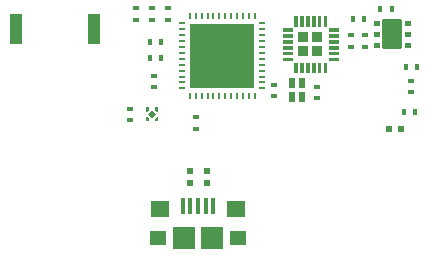
<source format=gbr>
G04 EAGLE Gerber RS-274X export*
G75*
%MOMM*%
%FSLAX34Y34*%
%LPD*%
%INSolderpaste Top*%
%IPPOS*%
%AMOC8*
5,1,8,0,0,1.08239X$1,22.5*%
G01*
%ADD10R,0.457200X0.609600*%
%ADD11R,0.609600X0.457200*%
%ADD12R,0.500000X0.610000*%
%ADD13R,0.600000X0.500000*%
%ADD14R,0.600000X0.250000*%
%ADD15R,0.250000X0.600000*%
%ADD16R,5.400000X5.400000*%
%ADD17C,0.090000*%
%ADD18C,0.350000*%
%ADD19R,0.240000X0.240000*%
%ADD20R,0.520000X0.520000*%
%ADD21R,0.400000X1.350000*%
%ADD22R,1.600000X1.400000*%
%ADD23R,1.450000X1.300000*%
%ADD24R,1.900000X1.900000*%
%ADD25R,1.016000X2.540000*%
%ADD26R,0.960931X0.959888*%
%ADD27R,0.959800X0.959800*%
%ADD28R,0.959963X0.960331*%
%ADD29R,0.961881X0.961881*%
%ADD30C,0.026000*%
%ADD31R,0.611800X0.811800*%

G36*
X-265266Y193105D02*
X-265266Y193105D01*
X-265264Y193104D01*
X-263764Y194604D01*
X-263764Y194607D01*
X-263763Y194608D01*
X-263763Y197008D01*
X-263767Y197013D01*
X-263768Y197013D01*
X-266368Y197013D01*
X-266373Y197009D01*
X-266373Y197008D01*
X-266373Y193108D01*
X-266369Y193103D01*
X-266368Y193103D01*
X-265268Y193103D01*
X-265266Y193105D01*
G37*
G36*
X-263763Y185007D02*
X-263763Y185007D01*
X-263763Y185008D01*
X-263763Y187408D01*
X-263765Y187410D01*
X-263764Y187412D01*
X-265264Y188912D01*
X-265267Y188912D01*
X-265268Y188913D01*
X-266368Y188913D01*
X-266373Y188909D01*
X-266373Y188908D01*
X-266373Y185008D01*
X-266369Y185003D01*
X-266368Y185003D01*
X-263768Y185003D01*
X-263763Y185007D01*
G37*
G36*
X-256363Y193107D02*
X-256363Y193107D01*
X-256363Y193108D01*
X-256363Y197008D01*
X-256367Y197013D01*
X-256368Y197013D01*
X-258968Y197013D01*
X-258973Y197009D01*
X-258973Y197008D01*
X-258973Y194608D01*
X-258971Y194606D01*
X-258972Y194604D01*
X-257472Y193104D01*
X-257469Y193104D01*
X-257468Y193103D01*
X-256368Y193103D01*
X-256363Y193107D01*
G37*
G36*
X-256363Y185007D02*
X-256363Y185007D01*
X-256363Y185008D01*
X-256363Y188908D01*
X-256367Y188913D01*
X-256368Y188913D01*
X-257468Y188913D01*
X-257470Y188911D01*
X-257472Y188912D01*
X-258972Y187412D01*
X-258972Y187410D01*
X-258973Y187409D01*
X-258973Y187408D01*
X-258973Y185008D01*
X-258969Y185003D01*
X-258968Y185003D01*
X-256368Y185003D01*
X-256363Y185007D01*
G37*
D10*
X-263396Y252099D03*
X-253744Y252099D03*
X-38606Y192790D03*
X-48258Y192790D03*
D11*
X-261880Y271016D03*
X-261880Y280668D03*
X-280412Y186178D03*
X-280412Y195830D03*
D10*
X-263396Y238631D03*
X-253744Y238631D03*
X-37084Y231142D03*
X-46736Y231142D03*
D11*
X-81022Y248410D03*
X-81022Y258062D03*
X-248158Y280662D03*
X-248158Y271010D03*
D12*
X-50374Y178312D03*
X-60874Y178312D03*
D10*
X-58674Y280160D03*
X-68326Y280160D03*
D11*
X-42422Y209800D03*
X-42422Y219452D03*
D13*
X-215138Y132670D03*
X-215138Y142670D03*
D14*
X-235682Y268042D03*
X-235682Y263042D03*
X-235682Y258042D03*
X-235682Y253042D03*
X-235682Y248042D03*
X-235682Y243042D03*
X-235682Y238042D03*
X-235682Y233042D03*
X-235682Y228042D03*
X-235682Y223042D03*
X-235682Y218042D03*
X-235682Y213042D03*
D15*
X-229432Y206792D03*
X-224432Y206792D03*
X-219432Y206792D03*
X-214432Y206792D03*
X-209432Y206792D03*
X-204432Y206792D03*
X-199432Y206792D03*
X-194432Y206792D03*
X-189432Y206792D03*
X-184432Y206792D03*
X-179432Y206792D03*
X-174432Y206792D03*
D14*
X-168182Y213042D03*
X-168182Y218042D03*
X-168182Y223042D03*
X-168182Y228042D03*
X-168182Y233042D03*
X-168182Y238042D03*
X-168182Y243042D03*
X-168182Y248042D03*
X-168182Y253042D03*
X-168182Y258042D03*
X-168182Y263042D03*
X-168182Y268042D03*
D15*
X-174432Y274292D03*
X-179432Y274292D03*
X-184432Y274292D03*
X-189432Y274292D03*
X-194432Y274292D03*
X-199432Y274292D03*
X-204432Y274292D03*
X-209432Y274292D03*
X-214432Y274292D03*
X-219432Y274292D03*
X-224432Y274292D03*
X-229432Y274292D03*
D16*
X-201932Y240542D03*
D17*
X-43114Y247784D02*
X-43114Y251384D01*
X-43114Y247784D02*
X-47214Y247784D01*
X-47214Y251384D01*
X-43114Y251384D01*
X-43114Y248639D02*
X-47214Y248639D01*
X-47214Y249494D02*
X-43114Y249494D01*
X-43114Y250349D02*
X-47214Y250349D01*
X-47214Y251204D02*
X-43114Y251204D01*
X-43114Y257284D02*
X-43114Y260884D01*
X-43114Y257284D02*
X-47214Y257284D01*
X-47214Y260884D01*
X-43114Y260884D01*
X-43114Y258139D02*
X-47214Y258139D01*
X-47214Y258994D02*
X-43114Y258994D01*
X-43114Y259849D02*
X-47214Y259849D01*
X-47214Y260704D02*
X-43114Y260704D01*
X-43114Y266784D02*
X-43114Y270384D01*
X-43114Y266784D02*
X-47214Y266784D01*
X-47214Y270384D01*
X-43114Y270384D01*
X-43114Y267639D02*
X-47214Y267639D01*
X-47214Y268494D02*
X-43114Y268494D01*
X-43114Y269349D02*
X-47214Y269349D01*
X-47214Y270204D02*
X-43114Y270204D01*
X-69114Y270384D02*
X-69114Y266784D01*
X-73214Y266784D01*
X-73214Y270384D01*
X-69114Y270384D01*
X-69114Y267639D02*
X-73214Y267639D01*
X-73214Y268494D02*
X-69114Y268494D01*
X-69114Y269349D02*
X-73214Y269349D01*
X-73214Y270204D02*
X-69114Y270204D01*
X-69114Y260884D02*
X-69114Y257284D01*
X-73214Y257284D01*
X-73214Y260884D01*
X-69114Y260884D01*
X-69114Y258139D02*
X-73214Y258139D01*
X-73214Y258994D02*
X-69114Y258994D01*
X-69114Y259849D02*
X-73214Y259849D01*
X-73214Y260704D02*
X-69114Y260704D01*
X-69114Y251384D02*
X-69114Y247784D01*
X-73214Y247784D01*
X-73214Y251384D01*
X-69114Y251384D01*
X-69114Y248639D02*
X-73214Y248639D01*
X-73214Y249494D02*
X-69114Y249494D01*
X-69114Y250349D02*
X-73214Y250349D01*
X-73214Y251204D02*
X-69114Y251204D01*
D18*
X-51164Y248334D02*
X-51164Y269834D01*
X-51164Y248334D02*
X-65164Y248334D01*
X-65164Y269834D01*
X-51164Y269834D01*
X-51164Y251659D02*
X-65164Y251659D01*
X-65164Y254984D02*
X-51164Y254984D01*
X-51164Y258309D02*
X-65164Y258309D01*
X-65164Y261634D02*
X-51164Y261634D01*
X-51164Y264959D02*
X-65164Y264959D01*
X-65164Y268284D02*
X-51164Y268284D01*
D19*
X-257668Y195808D03*
X-265068Y195808D03*
X-265068Y186208D03*
X-257668Y186208D03*
D20*
G36*
X-265044Y191008D02*
X-261368Y194684D01*
X-257692Y191008D01*
X-261368Y187332D01*
X-265044Y191008D01*
G37*
D13*
X-229362Y132670D03*
X-229362Y142670D03*
D11*
X-224026Y188464D03*
X-224026Y178812D03*
D21*
X-235504Y113362D03*
X-229004Y113362D03*
X-222504Y113362D03*
X-216004Y113362D03*
X-209504Y113362D03*
D22*
X-254504Y111112D03*
X-190504Y111112D03*
D23*
X-256754Y86612D03*
X-188254Y86612D03*
D24*
X-234504Y86612D03*
X-210504Y86612D03*
D25*
X-310388Y263652D03*
X-376428Y263652D03*
D26*
X-133613Y256545D03*
D27*
X-121407Y256545D03*
D28*
X-121408Y244342D03*
D29*
X-133617Y244335D03*
D30*
X-143138Y261774D02*
X-150978Y261774D01*
X-150978Y264114D01*
X-143138Y264114D01*
X-143138Y261774D01*
X-143138Y262021D02*
X-150978Y262021D01*
X-150978Y262268D02*
X-143138Y262268D01*
X-143138Y262515D02*
X-150978Y262515D01*
X-150978Y262762D02*
X-143138Y262762D01*
X-143138Y263009D02*
X-150978Y263009D01*
X-150978Y263256D02*
X-143138Y263256D01*
X-143138Y263503D02*
X-150978Y263503D01*
X-150978Y263750D02*
X-143138Y263750D01*
X-143138Y263997D02*
X-150978Y263997D01*
X-150978Y256774D02*
X-143138Y256774D01*
X-150978Y256774D02*
X-150978Y259114D01*
X-143138Y259114D01*
X-143138Y256774D01*
X-143138Y257021D02*
X-150978Y257021D01*
X-150978Y257268D02*
X-143138Y257268D01*
X-143138Y257515D02*
X-150978Y257515D01*
X-150978Y257762D02*
X-143138Y257762D01*
X-143138Y258009D02*
X-150978Y258009D01*
X-150978Y258256D02*
X-143138Y258256D01*
X-143138Y258503D02*
X-150978Y258503D01*
X-150978Y258750D02*
X-143138Y258750D01*
X-143138Y258997D02*
X-150978Y258997D01*
X-150978Y251774D02*
X-143138Y251774D01*
X-150978Y251774D02*
X-150978Y254114D01*
X-143138Y254114D01*
X-143138Y251774D01*
X-143138Y252021D02*
X-150978Y252021D01*
X-150978Y252268D02*
X-143138Y252268D01*
X-143138Y252515D02*
X-150978Y252515D01*
X-150978Y252762D02*
X-143138Y252762D01*
X-143138Y253009D02*
X-150978Y253009D01*
X-150978Y253256D02*
X-143138Y253256D01*
X-143138Y253503D02*
X-150978Y253503D01*
X-150978Y253750D02*
X-143138Y253750D01*
X-143138Y253997D02*
X-150978Y253997D01*
X-150978Y246774D02*
X-143138Y246774D01*
X-150978Y246774D02*
X-150978Y249114D01*
X-143138Y249114D01*
X-143138Y246774D01*
X-143138Y247021D02*
X-150978Y247021D01*
X-150978Y247268D02*
X-143138Y247268D01*
X-143138Y247515D02*
X-150978Y247515D01*
X-150978Y247762D02*
X-143138Y247762D01*
X-143138Y248009D02*
X-150978Y248009D01*
X-150978Y248256D02*
X-143138Y248256D01*
X-143138Y248503D02*
X-150978Y248503D01*
X-150978Y248750D02*
X-143138Y248750D01*
X-143138Y248997D02*
X-150978Y248997D01*
X-150978Y241774D02*
X-143138Y241774D01*
X-150978Y241774D02*
X-150978Y244114D01*
X-143138Y244114D01*
X-143138Y241774D01*
X-143138Y242021D02*
X-150978Y242021D01*
X-150978Y242268D02*
X-143138Y242268D01*
X-143138Y242515D02*
X-150978Y242515D01*
X-150978Y242762D02*
X-143138Y242762D01*
X-143138Y243009D02*
X-150978Y243009D01*
X-150978Y243256D02*
X-143138Y243256D01*
X-143138Y243503D02*
X-150978Y243503D01*
X-150978Y243750D02*
X-143138Y243750D01*
X-143138Y243997D02*
X-150978Y243997D01*
X-150978Y236774D02*
X-143138Y236774D01*
X-150978Y236774D02*
X-150978Y239114D01*
X-143138Y239114D01*
X-143138Y236774D01*
X-143138Y237021D02*
X-150978Y237021D01*
X-150978Y237268D02*
X-143138Y237268D01*
X-143138Y237515D02*
X-150978Y237515D01*
X-150978Y237762D02*
X-143138Y237762D01*
X-143138Y238009D02*
X-150978Y238009D01*
X-150978Y238256D02*
X-143138Y238256D01*
X-143138Y238503D02*
X-150978Y238503D01*
X-150978Y238750D02*
X-143138Y238750D01*
X-143138Y238997D02*
X-150978Y238997D01*
X-138838Y234814D02*
X-138838Y226974D01*
X-141178Y226974D01*
X-141178Y234814D01*
X-138838Y234814D01*
X-138838Y227221D02*
X-141178Y227221D01*
X-141178Y227468D02*
X-138838Y227468D01*
X-138838Y227715D02*
X-141178Y227715D01*
X-141178Y227962D02*
X-138838Y227962D01*
X-138838Y228209D02*
X-141178Y228209D01*
X-141178Y228456D02*
X-138838Y228456D01*
X-138838Y228703D02*
X-141178Y228703D01*
X-141178Y228950D02*
X-138838Y228950D01*
X-138838Y229197D02*
X-141178Y229197D01*
X-141178Y229444D02*
X-138838Y229444D01*
X-138838Y229691D02*
X-141178Y229691D01*
X-141178Y229938D02*
X-138838Y229938D01*
X-138838Y230185D02*
X-141178Y230185D01*
X-141178Y230432D02*
X-138838Y230432D01*
X-138838Y230679D02*
X-141178Y230679D01*
X-141178Y230926D02*
X-138838Y230926D01*
X-138838Y231173D02*
X-141178Y231173D01*
X-141178Y231420D02*
X-138838Y231420D01*
X-138838Y231667D02*
X-141178Y231667D01*
X-141178Y231914D02*
X-138838Y231914D01*
X-138838Y232161D02*
X-141178Y232161D01*
X-141178Y232408D02*
X-138838Y232408D01*
X-138838Y232655D02*
X-141178Y232655D01*
X-141178Y232902D02*
X-138838Y232902D01*
X-138838Y233149D02*
X-141178Y233149D01*
X-141178Y233396D02*
X-138838Y233396D01*
X-138838Y233643D02*
X-141178Y233643D01*
X-141178Y233890D02*
X-138838Y233890D01*
X-138838Y234137D02*
X-141178Y234137D01*
X-141178Y234384D02*
X-138838Y234384D01*
X-138838Y234631D02*
X-141178Y234631D01*
X-133838Y234814D02*
X-133838Y226974D01*
X-136178Y226974D01*
X-136178Y234814D01*
X-133838Y234814D01*
X-133838Y227221D02*
X-136178Y227221D01*
X-136178Y227468D02*
X-133838Y227468D01*
X-133838Y227715D02*
X-136178Y227715D01*
X-136178Y227962D02*
X-133838Y227962D01*
X-133838Y228209D02*
X-136178Y228209D01*
X-136178Y228456D02*
X-133838Y228456D01*
X-133838Y228703D02*
X-136178Y228703D01*
X-136178Y228950D02*
X-133838Y228950D01*
X-133838Y229197D02*
X-136178Y229197D01*
X-136178Y229444D02*
X-133838Y229444D01*
X-133838Y229691D02*
X-136178Y229691D01*
X-136178Y229938D02*
X-133838Y229938D01*
X-133838Y230185D02*
X-136178Y230185D01*
X-136178Y230432D02*
X-133838Y230432D01*
X-133838Y230679D02*
X-136178Y230679D01*
X-136178Y230926D02*
X-133838Y230926D01*
X-133838Y231173D02*
X-136178Y231173D01*
X-136178Y231420D02*
X-133838Y231420D01*
X-133838Y231667D02*
X-136178Y231667D01*
X-136178Y231914D02*
X-133838Y231914D01*
X-133838Y232161D02*
X-136178Y232161D01*
X-136178Y232408D02*
X-133838Y232408D01*
X-133838Y232655D02*
X-136178Y232655D01*
X-136178Y232902D02*
X-133838Y232902D01*
X-133838Y233149D02*
X-136178Y233149D01*
X-136178Y233396D02*
X-133838Y233396D01*
X-133838Y233643D02*
X-136178Y233643D01*
X-136178Y233890D02*
X-133838Y233890D01*
X-133838Y234137D02*
X-136178Y234137D01*
X-136178Y234384D02*
X-133838Y234384D01*
X-133838Y234631D02*
X-136178Y234631D01*
X-128838Y234814D02*
X-128838Y226974D01*
X-131178Y226974D01*
X-131178Y234814D01*
X-128838Y234814D01*
X-128838Y227221D02*
X-131178Y227221D01*
X-131178Y227468D02*
X-128838Y227468D01*
X-128838Y227715D02*
X-131178Y227715D01*
X-131178Y227962D02*
X-128838Y227962D01*
X-128838Y228209D02*
X-131178Y228209D01*
X-131178Y228456D02*
X-128838Y228456D01*
X-128838Y228703D02*
X-131178Y228703D01*
X-131178Y228950D02*
X-128838Y228950D01*
X-128838Y229197D02*
X-131178Y229197D01*
X-131178Y229444D02*
X-128838Y229444D01*
X-128838Y229691D02*
X-131178Y229691D01*
X-131178Y229938D02*
X-128838Y229938D01*
X-128838Y230185D02*
X-131178Y230185D01*
X-131178Y230432D02*
X-128838Y230432D01*
X-128838Y230679D02*
X-131178Y230679D01*
X-131178Y230926D02*
X-128838Y230926D01*
X-128838Y231173D02*
X-131178Y231173D01*
X-131178Y231420D02*
X-128838Y231420D01*
X-128838Y231667D02*
X-131178Y231667D01*
X-131178Y231914D02*
X-128838Y231914D01*
X-128838Y232161D02*
X-131178Y232161D01*
X-131178Y232408D02*
X-128838Y232408D01*
X-128838Y232655D02*
X-131178Y232655D01*
X-131178Y232902D02*
X-128838Y232902D01*
X-128838Y233149D02*
X-131178Y233149D01*
X-131178Y233396D02*
X-128838Y233396D01*
X-128838Y233643D02*
X-131178Y233643D01*
X-131178Y233890D02*
X-128838Y233890D01*
X-128838Y234137D02*
X-131178Y234137D01*
X-131178Y234384D02*
X-128838Y234384D01*
X-128838Y234631D02*
X-131178Y234631D01*
X-123838Y234814D02*
X-123838Y226974D01*
X-126178Y226974D01*
X-126178Y234814D01*
X-123838Y234814D01*
X-123838Y227221D02*
X-126178Y227221D01*
X-126178Y227468D02*
X-123838Y227468D01*
X-123838Y227715D02*
X-126178Y227715D01*
X-126178Y227962D02*
X-123838Y227962D01*
X-123838Y228209D02*
X-126178Y228209D01*
X-126178Y228456D02*
X-123838Y228456D01*
X-123838Y228703D02*
X-126178Y228703D01*
X-126178Y228950D02*
X-123838Y228950D01*
X-123838Y229197D02*
X-126178Y229197D01*
X-126178Y229444D02*
X-123838Y229444D01*
X-123838Y229691D02*
X-126178Y229691D01*
X-126178Y229938D02*
X-123838Y229938D01*
X-123838Y230185D02*
X-126178Y230185D01*
X-126178Y230432D02*
X-123838Y230432D01*
X-123838Y230679D02*
X-126178Y230679D01*
X-126178Y230926D02*
X-123838Y230926D01*
X-123838Y231173D02*
X-126178Y231173D01*
X-126178Y231420D02*
X-123838Y231420D01*
X-123838Y231667D02*
X-126178Y231667D01*
X-126178Y231914D02*
X-123838Y231914D01*
X-123838Y232161D02*
X-126178Y232161D01*
X-126178Y232408D02*
X-123838Y232408D01*
X-123838Y232655D02*
X-126178Y232655D01*
X-126178Y232902D02*
X-123838Y232902D01*
X-123838Y233149D02*
X-126178Y233149D01*
X-126178Y233396D02*
X-123838Y233396D01*
X-123838Y233643D02*
X-126178Y233643D01*
X-126178Y233890D02*
X-123838Y233890D01*
X-123838Y234137D02*
X-126178Y234137D01*
X-126178Y234384D02*
X-123838Y234384D01*
X-123838Y234631D02*
X-126178Y234631D01*
X-118838Y234814D02*
X-118838Y226974D01*
X-121178Y226974D01*
X-121178Y234814D01*
X-118838Y234814D01*
X-118838Y227221D02*
X-121178Y227221D01*
X-121178Y227468D02*
X-118838Y227468D01*
X-118838Y227715D02*
X-121178Y227715D01*
X-121178Y227962D02*
X-118838Y227962D01*
X-118838Y228209D02*
X-121178Y228209D01*
X-121178Y228456D02*
X-118838Y228456D01*
X-118838Y228703D02*
X-121178Y228703D01*
X-121178Y228950D02*
X-118838Y228950D01*
X-118838Y229197D02*
X-121178Y229197D01*
X-121178Y229444D02*
X-118838Y229444D01*
X-118838Y229691D02*
X-121178Y229691D01*
X-121178Y229938D02*
X-118838Y229938D01*
X-118838Y230185D02*
X-121178Y230185D01*
X-121178Y230432D02*
X-118838Y230432D01*
X-118838Y230679D02*
X-121178Y230679D01*
X-121178Y230926D02*
X-118838Y230926D01*
X-118838Y231173D02*
X-121178Y231173D01*
X-121178Y231420D02*
X-118838Y231420D01*
X-118838Y231667D02*
X-121178Y231667D01*
X-121178Y231914D02*
X-118838Y231914D01*
X-118838Y232161D02*
X-121178Y232161D01*
X-121178Y232408D02*
X-118838Y232408D01*
X-118838Y232655D02*
X-121178Y232655D01*
X-121178Y232902D02*
X-118838Y232902D01*
X-118838Y233149D02*
X-121178Y233149D01*
X-121178Y233396D02*
X-118838Y233396D01*
X-118838Y233643D02*
X-121178Y233643D01*
X-121178Y233890D02*
X-118838Y233890D01*
X-118838Y234137D02*
X-121178Y234137D01*
X-121178Y234384D02*
X-118838Y234384D01*
X-118838Y234631D02*
X-121178Y234631D01*
X-113838Y234814D02*
X-113838Y226974D01*
X-116178Y226974D01*
X-116178Y234814D01*
X-113838Y234814D01*
X-113838Y227221D02*
X-116178Y227221D01*
X-116178Y227468D02*
X-113838Y227468D01*
X-113838Y227715D02*
X-116178Y227715D01*
X-116178Y227962D02*
X-113838Y227962D01*
X-113838Y228209D02*
X-116178Y228209D01*
X-116178Y228456D02*
X-113838Y228456D01*
X-113838Y228703D02*
X-116178Y228703D01*
X-116178Y228950D02*
X-113838Y228950D01*
X-113838Y229197D02*
X-116178Y229197D01*
X-116178Y229444D02*
X-113838Y229444D01*
X-113838Y229691D02*
X-116178Y229691D01*
X-116178Y229938D02*
X-113838Y229938D01*
X-113838Y230185D02*
X-116178Y230185D01*
X-116178Y230432D02*
X-113838Y230432D01*
X-113838Y230679D02*
X-116178Y230679D01*
X-116178Y230926D02*
X-113838Y230926D01*
X-113838Y231173D02*
X-116178Y231173D01*
X-116178Y231420D02*
X-113838Y231420D01*
X-113838Y231667D02*
X-116178Y231667D01*
X-116178Y231914D02*
X-113838Y231914D01*
X-113838Y232161D02*
X-116178Y232161D01*
X-116178Y232408D02*
X-113838Y232408D01*
X-113838Y232655D02*
X-116178Y232655D01*
X-116178Y232902D02*
X-113838Y232902D01*
X-113838Y233149D02*
X-116178Y233149D01*
X-116178Y233396D02*
X-113838Y233396D01*
X-113838Y233643D02*
X-116178Y233643D01*
X-116178Y233890D02*
X-113838Y233890D01*
X-113838Y234137D02*
X-116178Y234137D01*
X-116178Y234384D02*
X-113838Y234384D01*
X-113838Y234631D02*
X-116178Y234631D01*
X-111878Y236774D02*
X-104038Y236774D01*
X-111878Y236774D02*
X-111878Y239114D01*
X-104038Y239114D01*
X-104038Y236774D01*
X-104038Y237021D02*
X-111878Y237021D01*
X-111878Y237268D02*
X-104038Y237268D01*
X-104038Y237515D02*
X-111878Y237515D01*
X-111878Y237762D02*
X-104038Y237762D01*
X-104038Y238009D02*
X-111878Y238009D01*
X-111878Y238256D02*
X-104038Y238256D01*
X-104038Y238503D02*
X-111878Y238503D01*
X-111878Y238750D02*
X-104038Y238750D01*
X-104038Y238997D02*
X-111878Y238997D01*
X-111878Y241774D02*
X-104038Y241774D01*
X-111878Y241774D02*
X-111878Y244114D01*
X-104038Y244114D01*
X-104038Y241774D01*
X-104038Y242021D02*
X-111878Y242021D01*
X-111878Y242268D02*
X-104038Y242268D01*
X-104038Y242515D02*
X-111878Y242515D01*
X-111878Y242762D02*
X-104038Y242762D01*
X-104038Y243009D02*
X-111878Y243009D01*
X-111878Y243256D02*
X-104038Y243256D01*
X-104038Y243503D02*
X-111878Y243503D01*
X-111878Y243750D02*
X-104038Y243750D01*
X-104038Y243997D02*
X-111878Y243997D01*
X-111878Y246774D02*
X-104038Y246774D01*
X-111878Y246774D02*
X-111878Y249114D01*
X-104038Y249114D01*
X-104038Y246774D01*
X-104038Y247021D02*
X-111878Y247021D01*
X-111878Y247268D02*
X-104038Y247268D01*
X-104038Y247515D02*
X-111878Y247515D01*
X-111878Y247762D02*
X-104038Y247762D01*
X-104038Y248009D02*
X-111878Y248009D01*
X-111878Y248256D02*
X-104038Y248256D01*
X-104038Y248503D02*
X-111878Y248503D01*
X-111878Y248750D02*
X-104038Y248750D01*
X-104038Y248997D02*
X-111878Y248997D01*
X-111878Y251774D02*
X-104038Y251774D01*
X-111878Y251774D02*
X-111878Y254114D01*
X-104038Y254114D01*
X-104038Y251774D01*
X-104038Y252021D02*
X-111878Y252021D01*
X-111878Y252268D02*
X-104038Y252268D01*
X-104038Y252515D02*
X-111878Y252515D01*
X-111878Y252762D02*
X-104038Y252762D01*
X-104038Y253009D02*
X-111878Y253009D01*
X-111878Y253256D02*
X-104038Y253256D01*
X-104038Y253503D02*
X-111878Y253503D01*
X-111878Y253750D02*
X-104038Y253750D01*
X-104038Y253997D02*
X-111878Y253997D01*
X-111878Y256774D02*
X-104038Y256774D01*
X-111878Y256774D02*
X-111878Y259114D01*
X-104038Y259114D01*
X-104038Y256774D01*
X-104038Y257021D02*
X-111878Y257021D01*
X-111878Y257268D02*
X-104038Y257268D01*
X-104038Y257515D02*
X-111878Y257515D01*
X-111878Y257762D02*
X-104038Y257762D01*
X-104038Y258009D02*
X-111878Y258009D01*
X-111878Y258256D02*
X-104038Y258256D01*
X-104038Y258503D02*
X-111878Y258503D01*
X-111878Y258750D02*
X-104038Y258750D01*
X-104038Y258997D02*
X-111878Y258997D01*
X-111878Y261774D02*
X-104038Y261774D01*
X-111878Y261774D02*
X-111878Y264114D01*
X-104038Y264114D01*
X-104038Y261774D01*
X-104038Y262021D02*
X-111878Y262021D01*
X-111878Y262268D02*
X-104038Y262268D01*
X-104038Y262515D02*
X-111878Y262515D01*
X-111878Y262762D02*
X-104038Y262762D01*
X-104038Y263009D02*
X-111878Y263009D01*
X-111878Y263256D02*
X-104038Y263256D01*
X-104038Y263503D02*
X-111878Y263503D01*
X-111878Y263750D02*
X-104038Y263750D01*
X-104038Y263997D02*
X-111878Y263997D01*
X-113838Y266074D02*
X-113838Y273914D01*
X-113838Y266074D02*
X-116178Y266074D01*
X-116178Y273914D01*
X-113838Y273914D01*
X-113838Y266321D02*
X-116178Y266321D01*
X-116178Y266568D02*
X-113838Y266568D01*
X-113838Y266815D02*
X-116178Y266815D01*
X-116178Y267062D02*
X-113838Y267062D01*
X-113838Y267309D02*
X-116178Y267309D01*
X-116178Y267556D02*
X-113838Y267556D01*
X-113838Y267803D02*
X-116178Y267803D01*
X-116178Y268050D02*
X-113838Y268050D01*
X-113838Y268297D02*
X-116178Y268297D01*
X-116178Y268544D02*
X-113838Y268544D01*
X-113838Y268791D02*
X-116178Y268791D01*
X-116178Y269038D02*
X-113838Y269038D01*
X-113838Y269285D02*
X-116178Y269285D01*
X-116178Y269532D02*
X-113838Y269532D01*
X-113838Y269779D02*
X-116178Y269779D01*
X-116178Y270026D02*
X-113838Y270026D01*
X-113838Y270273D02*
X-116178Y270273D01*
X-116178Y270520D02*
X-113838Y270520D01*
X-113838Y270767D02*
X-116178Y270767D01*
X-116178Y271014D02*
X-113838Y271014D01*
X-113838Y271261D02*
X-116178Y271261D01*
X-116178Y271508D02*
X-113838Y271508D01*
X-113838Y271755D02*
X-116178Y271755D01*
X-116178Y272002D02*
X-113838Y272002D01*
X-113838Y272249D02*
X-116178Y272249D01*
X-116178Y272496D02*
X-113838Y272496D01*
X-113838Y272743D02*
X-116178Y272743D01*
X-116178Y272990D02*
X-113838Y272990D01*
X-113838Y273237D02*
X-116178Y273237D01*
X-116178Y273484D02*
X-113838Y273484D01*
X-113838Y273731D02*
X-116178Y273731D01*
X-118838Y273914D02*
X-118838Y266074D01*
X-121178Y266074D01*
X-121178Y273914D01*
X-118838Y273914D01*
X-118838Y266321D02*
X-121178Y266321D01*
X-121178Y266568D02*
X-118838Y266568D01*
X-118838Y266815D02*
X-121178Y266815D01*
X-121178Y267062D02*
X-118838Y267062D01*
X-118838Y267309D02*
X-121178Y267309D01*
X-121178Y267556D02*
X-118838Y267556D01*
X-118838Y267803D02*
X-121178Y267803D01*
X-121178Y268050D02*
X-118838Y268050D01*
X-118838Y268297D02*
X-121178Y268297D01*
X-121178Y268544D02*
X-118838Y268544D01*
X-118838Y268791D02*
X-121178Y268791D01*
X-121178Y269038D02*
X-118838Y269038D01*
X-118838Y269285D02*
X-121178Y269285D01*
X-121178Y269532D02*
X-118838Y269532D01*
X-118838Y269779D02*
X-121178Y269779D01*
X-121178Y270026D02*
X-118838Y270026D01*
X-118838Y270273D02*
X-121178Y270273D01*
X-121178Y270520D02*
X-118838Y270520D01*
X-118838Y270767D02*
X-121178Y270767D01*
X-121178Y271014D02*
X-118838Y271014D01*
X-118838Y271261D02*
X-121178Y271261D01*
X-121178Y271508D02*
X-118838Y271508D01*
X-118838Y271755D02*
X-121178Y271755D01*
X-121178Y272002D02*
X-118838Y272002D01*
X-118838Y272249D02*
X-121178Y272249D01*
X-121178Y272496D02*
X-118838Y272496D01*
X-118838Y272743D02*
X-121178Y272743D01*
X-121178Y272990D02*
X-118838Y272990D01*
X-118838Y273237D02*
X-121178Y273237D01*
X-121178Y273484D02*
X-118838Y273484D01*
X-118838Y273731D02*
X-121178Y273731D01*
X-123838Y273914D02*
X-123838Y266074D01*
X-126178Y266074D01*
X-126178Y273914D01*
X-123838Y273914D01*
X-123838Y266321D02*
X-126178Y266321D01*
X-126178Y266568D02*
X-123838Y266568D01*
X-123838Y266815D02*
X-126178Y266815D01*
X-126178Y267062D02*
X-123838Y267062D01*
X-123838Y267309D02*
X-126178Y267309D01*
X-126178Y267556D02*
X-123838Y267556D01*
X-123838Y267803D02*
X-126178Y267803D01*
X-126178Y268050D02*
X-123838Y268050D01*
X-123838Y268297D02*
X-126178Y268297D01*
X-126178Y268544D02*
X-123838Y268544D01*
X-123838Y268791D02*
X-126178Y268791D01*
X-126178Y269038D02*
X-123838Y269038D01*
X-123838Y269285D02*
X-126178Y269285D01*
X-126178Y269532D02*
X-123838Y269532D01*
X-123838Y269779D02*
X-126178Y269779D01*
X-126178Y270026D02*
X-123838Y270026D01*
X-123838Y270273D02*
X-126178Y270273D01*
X-126178Y270520D02*
X-123838Y270520D01*
X-123838Y270767D02*
X-126178Y270767D01*
X-126178Y271014D02*
X-123838Y271014D01*
X-123838Y271261D02*
X-126178Y271261D01*
X-126178Y271508D02*
X-123838Y271508D01*
X-123838Y271755D02*
X-126178Y271755D01*
X-126178Y272002D02*
X-123838Y272002D01*
X-123838Y272249D02*
X-126178Y272249D01*
X-126178Y272496D02*
X-123838Y272496D01*
X-123838Y272743D02*
X-126178Y272743D01*
X-126178Y272990D02*
X-123838Y272990D01*
X-123838Y273237D02*
X-126178Y273237D01*
X-126178Y273484D02*
X-123838Y273484D01*
X-123838Y273731D02*
X-126178Y273731D01*
X-128838Y273914D02*
X-128838Y266074D01*
X-131178Y266074D01*
X-131178Y273914D01*
X-128838Y273914D01*
X-128838Y266321D02*
X-131178Y266321D01*
X-131178Y266568D02*
X-128838Y266568D01*
X-128838Y266815D02*
X-131178Y266815D01*
X-131178Y267062D02*
X-128838Y267062D01*
X-128838Y267309D02*
X-131178Y267309D01*
X-131178Y267556D02*
X-128838Y267556D01*
X-128838Y267803D02*
X-131178Y267803D01*
X-131178Y268050D02*
X-128838Y268050D01*
X-128838Y268297D02*
X-131178Y268297D01*
X-131178Y268544D02*
X-128838Y268544D01*
X-128838Y268791D02*
X-131178Y268791D01*
X-131178Y269038D02*
X-128838Y269038D01*
X-128838Y269285D02*
X-131178Y269285D01*
X-131178Y269532D02*
X-128838Y269532D01*
X-128838Y269779D02*
X-131178Y269779D01*
X-131178Y270026D02*
X-128838Y270026D01*
X-128838Y270273D02*
X-131178Y270273D01*
X-131178Y270520D02*
X-128838Y270520D01*
X-128838Y270767D02*
X-131178Y270767D01*
X-131178Y271014D02*
X-128838Y271014D01*
X-128838Y271261D02*
X-131178Y271261D01*
X-131178Y271508D02*
X-128838Y271508D01*
X-128838Y271755D02*
X-131178Y271755D01*
X-131178Y272002D02*
X-128838Y272002D01*
X-128838Y272249D02*
X-131178Y272249D01*
X-131178Y272496D02*
X-128838Y272496D01*
X-128838Y272743D02*
X-131178Y272743D01*
X-131178Y272990D02*
X-128838Y272990D01*
X-128838Y273237D02*
X-131178Y273237D01*
X-131178Y273484D02*
X-128838Y273484D01*
X-128838Y273731D02*
X-131178Y273731D01*
X-133838Y273914D02*
X-133838Y266074D01*
X-136178Y266074D01*
X-136178Y273914D01*
X-133838Y273914D01*
X-133838Y266321D02*
X-136178Y266321D01*
X-136178Y266568D02*
X-133838Y266568D01*
X-133838Y266815D02*
X-136178Y266815D01*
X-136178Y267062D02*
X-133838Y267062D01*
X-133838Y267309D02*
X-136178Y267309D01*
X-136178Y267556D02*
X-133838Y267556D01*
X-133838Y267803D02*
X-136178Y267803D01*
X-136178Y268050D02*
X-133838Y268050D01*
X-133838Y268297D02*
X-136178Y268297D01*
X-136178Y268544D02*
X-133838Y268544D01*
X-133838Y268791D02*
X-136178Y268791D01*
X-136178Y269038D02*
X-133838Y269038D01*
X-133838Y269285D02*
X-136178Y269285D01*
X-136178Y269532D02*
X-133838Y269532D01*
X-133838Y269779D02*
X-136178Y269779D01*
X-136178Y270026D02*
X-133838Y270026D01*
X-133838Y270273D02*
X-136178Y270273D01*
X-136178Y270520D02*
X-133838Y270520D01*
X-133838Y270767D02*
X-136178Y270767D01*
X-136178Y271014D02*
X-133838Y271014D01*
X-133838Y271261D02*
X-136178Y271261D01*
X-136178Y271508D02*
X-133838Y271508D01*
X-133838Y271755D02*
X-136178Y271755D01*
X-136178Y272002D02*
X-133838Y272002D01*
X-133838Y272249D02*
X-136178Y272249D01*
X-136178Y272496D02*
X-133838Y272496D01*
X-133838Y272743D02*
X-136178Y272743D01*
X-136178Y272990D02*
X-133838Y272990D01*
X-133838Y273237D02*
X-136178Y273237D01*
X-136178Y273484D02*
X-133838Y273484D01*
X-133838Y273731D02*
X-136178Y273731D01*
X-138838Y273914D02*
X-138838Y266074D01*
X-141178Y266074D01*
X-141178Y273914D01*
X-138838Y273914D01*
X-138838Y266321D02*
X-141178Y266321D01*
X-141178Y266568D02*
X-138838Y266568D01*
X-138838Y266815D02*
X-141178Y266815D01*
X-141178Y267062D02*
X-138838Y267062D01*
X-138838Y267309D02*
X-141178Y267309D01*
X-141178Y267556D02*
X-138838Y267556D01*
X-138838Y267803D02*
X-141178Y267803D01*
X-141178Y268050D02*
X-138838Y268050D01*
X-138838Y268297D02*
X-141178Y268297D01*
X-141178Y268544D02*
X-138838Y268544D01*
X-138838Y268791D02*
X-141178Y268791D01*
X-141178Y269038D02*
X-138838Y269038D01*
X-138838Y269285D02*
X-141178Y269285D01*
X-141178Y269532D02*
X-138838Y269532D01*
X-138838Y269779D02*
X-141178Y269779D01*
X-141178Y270026D02*
X-138838Y270026D01*
X-138838Y270273D02*
X-141178Y270273D01*
X-141178Y270520D02*
X-138838Y270520D01*
X-138838Y270767D02*
X-141178Y270767D01*
X-141178Y271014D02*
X-138838Y271014D01*
X-138838Y271261D02*
X-141178Y271261D01*
X-141178Y271508D02*
X-138838Y271508D01*
X-138838Y271755D02*
X-141178Y271755D01*
X-141178Y272002D02*
X-138838Y272002D01*
X-138838Y272249D02*
X-141178Y272249D01*
X-141178Y272496D02*
X-138838Y272496D01*
X-138838Y272743D02*
X-141178Y272743D01*
X-141178Y272990D02*
X-138838Y272990D01*
X-138838Y273237D02*
X-141178Y273237D01*
X-141178Y273484D02*
X-138838Y273484D01*
X-138838Y273731D02*
X-141178Y273731D01*
D11*
X-121920Y214376D03*
X-121920Y204724D03*
X-93218Y248412D03*
X-93218Y258064D03*
D10*
X-82042Y271780D03*
X-91694Y271780D03*
D11*
X-158242Y216154D03*
X-158242Y206502D03*
X-275336Y280670D03*
X-275336Y271018D03*
X-259842Y214122D03*
X-259842Y223774D03*
D31*
X-134176Y205740D03*
X-142684Y205740D03*
X-134176Y217170D03*
X-142684Y217170D03*
M02*

</source>
